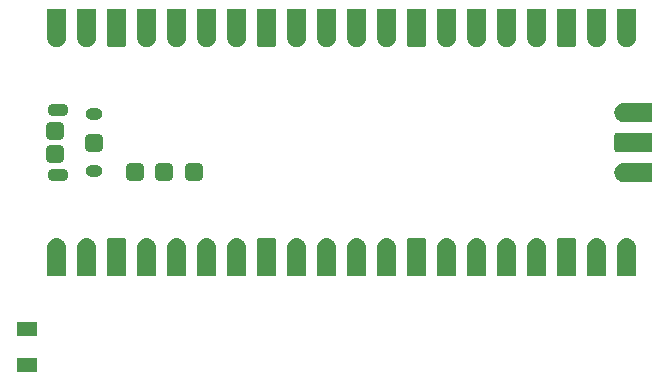
<source format=gtp>
G04*
G04 #@! TF.GenerationSoftware,Altium Limited,Altium Designer,24.1.2 (44)*
G04*
G04 Layer_Color=39301*
%FSLAX44Y44*%
%MOMM*%
G71*
G04*
G04 #@! TF.SameCoordinates,B28CFC15-B4C6-47B7-BC68-1C9BB1E78066*
G04*
G04*
G04 #@! TF.FilePolarity,Positive*
G04*
G01*
G75*
G04:AMPARAMS|DCode=14|XSize=1.5mm|YSize=1.5mm|CornerRadius=0.3mm|HoleSize=0mm|Usage=FLASHONLY|Rotation=90.000|XOffset=0mm|YOffset=0mm|HoleType=Round|Shape=RoundedRectangle|*
%AMROUNDEDRECTD14*
21,1,1.5000,0.9000,0,0,90.0*
21,1,0.9000,1.5000,0,0,90.0*
1,1,0.6000,0.4500,0.4500*
1,1,0.6000,0.4500,-0.4500*
1,1,0.6000,-0.4500,-0.4500*
1,1,0.6000,-0.4500,0.4500*
%
%ADD14ROUNDEDRECTD14*%
%ADD15O,1.8000X1.1000*%
%ADD16O,1.4500X1.0500*%
%ADD17R,1.8000X1.2500*%
G36*
X555370Y478790D02*
X555360Y478370D01*
X555330Y477950D01*
X555270Y477540D01*
X555200Y477130D01*
X555100Y476720D01*
X554980Y476320D01*
X554840Y475920D01*
X554680Y475540D01*
X554500Y475160D01*
X554300Y474790D01*
X554080Y474430D01*
X553840Y474090D01*
X553590Y473760D01*
X553320Y473440D01*
X553030Y473130D01*
X552720Y472840D01*
X552400Y472570D01*
X552070Y472320D01*
X551730Y472080D01*
X551370Y471860D01*
X551000Y471660D01*
X550620Y471480D01*
X550240Y471320D01*
X549840Y471180D01*
X549440Y471060D01*
X549030Y470960D01*
X548620Y470890D01*
X548210Y470830D01*
X547790Y470800D01*
X547370Y470790D01*
X546950Y470800D01*
X546530Y470830D01*
X546120Y470890D01*
X545710Y470960D01*
X545300Y471060D01*
X544900Y471180D01*
X544500Y471320D01*
X544120Y471480D01*
X543740Y471660D01*
X543370Y471860D01*
X543010Y472080D01*
X542670Y472320D01*
X542340Y472570D01*
X542020Y472840D01*
X541710Y473130D01*
X541420Y473440D01*
X541150Y473760D01*
X540900Y474090D01*
X540660Y474430D01*
X540440Y474790D01*
X540240Y475160D01*
X540060Y475540D01*
X539900Y475920D01*
X539760Y476320D01*
X539640Y476720D01*
X539540Y477130D01*
X539470Y477540D01*
X539410Y477950D01*
X539380Y478370D01*
X539370Y478790D01*
Y502790D01*
X555370D01*
Y478790D01*
D02*
G37*
G36*
X529970D02*
X529960Y478370D01*
X529930Y477950D01*
X529870Y477540D01*
X529800Y477130D01*
X529700Y476720D01*
X529580Y476320D01*
X529440Y475920D01*
X529280Y475540D01*
X529100Y475160D01*
X528900Y474790D01*
X528680Y474430D01*
X528440Y474090D01*
X528190Y473760D01*
X527920Y473440D01*
X527630Y473130D01*
X527320Y472840D01*
X527000Y472570D01*
X526670Y472320D01*
X526330Y472080D01*
X525970Y471860D01*
X525600Y471660D01*
X525220Y471480D01*
X524840Y471320D01*
X524440Y471180D01*
X524040Y471060D01*
X523630Y470960D01*
X523220Y470890D01*
X522810Y470830D01*
X522390Y470800D01*
X521970Y470790D01*
X521550Y470800D01*
X521130Y470830D01*
X520720Y470890D01*
X520310Y470960D01*
X519900Y471060D01*
X519500Y471180D01*
X519100Y471320D01*
X518720Y471480D01*
X518340Y471660D01*
X517970Y471860D01*
X517610Y472080D01*
X517270Y472320D01*
X516940Y472570D01*
X516620Y472840D01*
X516310Y473130D01*
X516020Y473440D01*
X515750Y473760D01*
X515500Y474090D01*
X515260Y474430D01*
X515040Y474790D01*
X514840Y475160D01*
X514660Y475540D01*
X514500Y475920D01*
X514360Y476320D01*
X514240Y476720D01*
X514140Y477130D01*
X514070Y477540D01*
X514010Y477950D01*
X513980Y478370D01*
X513970Y478790D01*
Y502790D01*
X529970D01*
Y478790D01*
D02*
G37*
G36*
X504570Y472690D02*
X504560Y472580D01*
X504550Y472480D01*
X504530Y472370D01*
X504500Y472270D01*
X504470Y472170D01*
X504440Y472070D01*
X504400Y471980D01*
X504350Y471880D01*
X504300Y471790D01*
X504250Y471700D01*
X504190Y471610D01*
X504120Y471530D01*
X504060Y471450D01*
X503980Y471380D01*
X503910Y471300D01*
X503830Y471240D01*
X503750Y471170D01*
X503660Y471110D01*
X503570Y471060D01*
X503480Y471010D01*
X503380Y470960D01*
X503290Y470920D01*
X503190Y470890D01*
X503090Y470860D01*
X502990Y470830D01*
X502880Y470810D01*
X502780Y470800D01*
X502670Y470790D01*
X490470D01*
X490360Y470800D01*
X490260Y470810D01*
X490150Y470830D01*
X490050Y470860D01*
X489950Y470890D01*
X489850Y470920D01*
X489760Y470960D01*
X489660Y471010D01*
X489570Y471060D01*
X489480Y471110D01*
X489390Y471170D01*
X489310Y471240D01*
X489230Y471300D01*
X489160Y471380D01*
X489080Y471450D01*
X489020Y471530D01*
X488950Y471610D01*
X488890Y471700D01*
X488840Y471790D01*
X488790Y471880D01*
X488740Y471980D01*
X488700Y472070D01*
X488670Y472170D01*
X488640Y472270D01*
X488610Y472370D01*
X488590Y472480D01*
X488580Y472580D01*
X488570Y472690D01*
Y502790D01*
X504570D01*
Y472690D01*
D02*
G37*
G36*
X479170Y478790D02*
X479160Y478370D01*
X479130Y477950D01*
X479070Y477540D01*
X479000Y477130D01*
X478900Y476720D01*
X478780Y476320D01*
X478640Y475920D01*
X478480Y475540D01*
X478300Y475160D01*
X478100Y474790D01*
X477880Y474430D01*
X477640Y474090D01*
X477390Y473760D01*
X477120Y473440D01*
X476830Y473130D01*
X476520Y472840D01*
X476200Y472570D01*
X475870Y472320D01*
X475530Y472080D01*
X475170Y471860D01*
X474800Y471660D01*
X474420Y471480D01*
X474040Y471320D01*
X473640Y471180D01*
X473240Y471060D01*
X472830Y470960D01*
X472420Y470890D01*
X472010Y470830D01*
X471590Y470800D01*
X471170Y470790D01*
X470750Y470800D01*
X470330Y470830D01*
X469920Y470890D01*
X469510Y470960D01*
X469100Y471060D01*
X468700Y471180D01*
X468300Y471320D01*
X467920Y471480D01*
X467540Y471660D01*
X467170Y471860D01*
X466810Y472080D01*
X466470Y472320D01*
X466140Y472570D01*
X465820Y472840D01*
X465510Y473130D01*
X465220Y473440D01*
X464950Y473760D01*
X464700Y474090D01*
X464460Y474430D01*
X464240Y474790D01*
X464040Y475160D01*
X463860Y475540D01*
X463700Y475920D01*
X463560Y476320D01*
X463440Y476720D01*
X463340Y477130D01*
X463270Y477540D01*
X463210Y477950D01*
X463180Y478370D01*
X463170Y478790D01*
Y502790D01*
X479170D01*
Y478790D01*
D02*
G37*
G36*
X453770D02*
X453760Y478370D01*
X453730Y477950D01*
X453670Y477540D01*
X453600Y477130D01*
X453500Y476720D01*
X453380Y476320D01*
X453240Y475920D01*
X453080Y475540D01*
X452900Y475160D01*
X452700Y474790D01*
X452480Y474430D01*
X452240Y474090D01*
X451990Y473760D01*
X451720Y473440D01*
X451430Y473130D01*
X451120Y472840D01*
X450800Y472570D01*
X450470Y472320D01*
X450130Y472080D01*
X449770Y471860D01*
X449400Y471660D01*
X449020Y471480D01*
X448640Y471320D01*
X448240Y471180D01*
X447840Y471060D01*
X447430Y470960D01*
X447020Y470890D01*
X446610Y470830D01*
X446190Y470800D01*
X445770Y470790D01*
X445350Y470800D01*
X444930Y470830D01*
X444520Y470890D01*
X444110Y470960D01*
X443700Y471060D01*
X443300Y471180D01*
X442900Y471320D01*
X442520Y471480D01*
X442140Y471660D01*
X441770Y471860D01*
X441410Y472080D01*
X441070Y472320D01*
X440740Y472570D01*
X440420Y472840D01*
X440110Y473130D01*
X439820Y473440D01*
X439550Y473760D01*
X439300Y474090D01*
X439060Y474430D01*
X438840Y474790D01*
X438640Y475160D01*
X438460Y475540D01*
X438300Y475920D01*
X438160Y476320D01*
X438040Y476720D01*
X437940Y477130D01*
X437870Y477540D01*
X437810Y477950D01*
X437780Y478370D01*
X437770Y478790D01*
Y502790D01*
X453770D01*
Y478790D01*
D02*
G37*
G36*
X428370D02*
X428360Y478370D01*
X428330Y477950D01*
X428270Y477540D01*
X428200Y477130D01*
X428100Y476720D01*
X427980Y476320D01*
X427840Y475920D01*
X427680Y475540D01*
X427500Y475160D01*
X427300Y474790D01*
X427080Y474430D01*
X426840Y474090D01*
X426590Y473760D01*
X426320Y473440D01*
X426030Y473130D01*
X425720Y472840D01*
X425400Y472570D01*
X425070Y472320D01*
X424730Y472080D01*
X424370Y471860D01*
X424000Y471660D01*
X423620Y471480D01*
X423240Y471320D01*
X422840Y471180D01*
X422440Y471060D01*
X422030Y470960D01*
X421620Y470890D01*
X421210Y470830D01*
X420790Y470800D01*
X420370Y470790D01*
X419950Y470800D01*
X419530Y470830D01*
X419120Y470890D01*
X418710Y470960D01*
X418300Y471060D01*
X417900Y471180D01*
X417500Y471320D01*
X417120Y471480D01*
X416740Y471660D01*
X416370Y471860D01*
X416010Y472080D01*
X415670Y472320D01*
X415340Y472570D01*
X415020Y472840D01*
X414710Y473130D01*
X414420Y473440D01*
X414150Y473760D01*
X413900Y474090D01*
X413660Y474430D01*
X413440Y474790D01*
X413240Y475160D01*
X413060Y475540D01*
X412900Y475920D01*
X412760Y476320D01*
X412640Y476720D01*
X412540Y477130D01*
X412470Y477540D01*
X412410Y477950D01*
X412380Y478370D01*
X412370Y478790D01*
Y502790D01*
X428370D01*
Y478790D01*
D02*
G37*
G36*
X402970D02*
X402960Y478370D01*
X402930Y477950D01*
X402870Y477540D01*
X402800Y477130D01*
X402700Y476720D01*
X402580Y476320D01*
X402440Y475920D01*
X402280Y475540D01*
X402100Y475160D01*
X401900Y474790D01*
X401680Y474430D01*
X401440Y474090D01*
X401190Y473760D01*
X400920Y473440D01*
X400630Y473130D01*
X400320Y472840D01*
X400000Y472570D01*
X399670Y472320D01*
X399330Y472080D01*
X398970Y471860D01*
X398600Y471660D01*
X398220Y471480D01*
X397840Y471320D01*
X397440Y471180D01*
X397040Y471060D01*
X396630Y470960D01*
X396220Y470890D01*
X395810Y470830D01*
X395390Y470800D01*
X394970Y470790D01*
X394550Y470800D01*
X394130Y470830D01*
X393720Y470890D01*
X393310Y470960D01*
X392900Y471060D01*
X392500Y471180D01*
X392100Y471320D01*
X391720Y471480D01*
X391340Y471660D01*
X390970Y471860D01*
X390610Y472080D01*
X390270Y472320D01*
X389940Y472570D01*
X389620Y472840D01*
X389310Y473130D01*
X389020Y473440D01*
X388750Y473760D01*
X388500Y474090D01*
X388260Y474430D01*
X388040Y474790D01*
X387840Y475160D01*
X387660Y475540D01*
X387500Y475920D01*
X387360Y476320D01*
X387240Y476720D01*
X387140Y477130D01*
X387070Y477540D01*
X387010Y477950D01*
X386980Y478370D01*
X386970Y478790D01*
Y502790D01*
X402970D01*
Y478790D01*
D02*
G37*
G36*
X377570Y472690D02*
X377560Y472580D01*
X377550Y472480D01*
X377530Y472370D01*
X377500Y472270D01*
X377470Y472170D01*
X377440Y472070D01*
X377400Y471980D01*
X377350Y471880D01*
X377300Y471790D01*
X377250Y471700D01*
X377190Y471610D01*
X377120Y471530D01*
X377060Y471450D01*
X376980Y471380D01*
X376910Y471300D01*
X376830Y471240D01*
X376750Y471170D01*
X376660Y471110D01*
X376570Y471060D01*
X376480Y471010D01*
X376380Y470960D01*
X376290Y470920D01*
X376190Y470890D01*
X376090Y470860D01*
X375990Y470830D01*
X375880Y470810D01*
X375780Y470800D01*
X375670Y470790D01*
X363470D01*
X363360Y470800D01*
X363260Y470810D01*
X363150Y470830D01*
X363050Y470860D01*
X362950Y470890D01*
X362850Y470920D01*
X362760Y470960D01*
X362660Y471010D01*
X362570Y471060D01*
X362480Y471110D01*
X362390Y471170D01*
X362310Y471240D01*
X362230Y471300D01*
X362160Y471380D01*
X362080Y471450D01*
X362020Y471530D01*
X361950Y471610D01*
X361890Y471700D01*
X361840Y471790D01*
X361790Y471880D01*
X361740Y471980D01*
X361700Y472070D01*
X361670Y472170D01*
X361640Y472270D01*
X361610Y472370D01*
X361590Y472480D01*
X361580Y472580D01*
X361570Y472690D01*
Y502790D01*
X377570D01*
Y472690D01*
D02*
G37*
G36*
X352170Y478790D02*
X352160Y478370D01*
X352130Y477950D01*
X352070Y477540D01*
X352000Y477130D01*
X351900Y476720D01*
X351780Y476320D01*
X351640Y475920D01*
X351480Y475540D01*
X351300Y475160D01*
X351100Y474790D01*
X350880Y474430D01*
X350640Y474090D01*
X350390Y473760D01*
X350120Y473440D01*
X349830Y473130D01*
X349520Y472840D01*
X349200Y472570D01*
X348870Y472320D01*
X348530Y472080D01*
X348170Y471860D01*
X347800Y471660D01*
X347420Y471480D01*
X347040Y471320D01*
X346640Y471180D01*
X346240Y471060D01*
X345830Y470960D01*
X345420Y470890D01*
X345010Y470830D01*
X344590Y470800D01*
X344170Y470790D01*
X343750Y470800D01*
X343330Y470830D01*
X342920Y470890D01*
X342510Y470960D01*
X342100Y471060D01*
X341700Y471180D01*
X341300Y471320D01*
X340920Y471480D01*
X340540Y471660D01*
X340170Y471860D01*
X339810Y472080D01*
X339470Y472320D01*
X339140Y472570D01*
X338820Y472840D01*
X338510Y473130D01*
X338220Y473440D01*
X337950Y473760D01*
X337700Y474090D01*
X337460Y474430D01*
X337240Y474790D01*
X337040Y475160D01*
X336860Y475540D01*
X336700Y475920D01*
X336560Y476320D01*
X336440Y476720D01*
X336340Y477130D01*
X336270Y477540D01*
X336210Y477950D01*
X336180Y478370D01*
X336170Y478790D01*
Y502790D01*
X352170D01*
Y478790D01*
D02*
G37*
G36*
X326770D02*
X326760Y478370D01*
X326730Y477950D01*
X326670Y477540D01*
X326600Y477130D01*
X326500Y476720D01*
X326380Y476320D01*
X326240Y475920D01*
X326080Y475540D01*
X325900Y475160D01*
X325700Y474790D01*
X325480Y474430D01*
X325240Y474090D01*
X324990Y473760D01*
X324720Y473440D01*
X324430Y473130D01*
X324120Y472840D01*
X323800Y472570D01*
X323470Y472320D01*
X323130Y472080D01*
X322770Y471860D01*
X322400Y471660D01*
X322020Y471480D01*
X321640Y471320D01*
X321240Y471180D01*
X320840Y471060D01*
X320430Y470960D01*
X320020Y470890D01*
X319610Y470830D01*
X319190Y470800D01*
X318770Y470790D01*
X318350Y470800D01*
X317930Y470830D01*
X317520Y470890D01*
X317110Y470960D01*
X316700Y471060D01*
X316300Y471180D01*
X315900Y471320D01*
X315520Y471480D01*
X315140Y471660D01*
X314770Y471860D01*
X314410Y472080D01*
X314070Y472320D01*
X313740Y472570D01*
X313420Y472840D01*
X313110Y473130D01*
X312820Y473440D01*
X312550Y473760D01*
X312300Y474090D01*
X312060Y474430D01*
X311840Y474790D01*
X311640Y475160D01*
X311460Y475540D01*
X311300Y475920D01*
X311160Y476320D01*
X311040Y476720D01*
X310940Y477130D01*
X310870Y477540D01*
X310810Y477950D01*
X310780Y478370D01*
X310770Y478790D01*
Y502790D01*
X326770D01*
Y478790D01*
D02*
G37*
G36*
X301370D02*
X301360Y478370D01*
X301330Y477950D01*
X301270Y477540D01*
X301200Y477130D01*
X301100Y476720D01*
X300980Y476320D01*
X300840Y475920D01*
X300680Y475540D01*
X300500Y475160D01*
X300300Y474790D01*
X300080Y474430D01*
X299840Y474090D01*
X299590Y473760D01*
X299320Y473440D01*
X299030Y473130D01*
X298720Y472840D01*
X298400Y472570D01*
X298070Y472320D01*
X297730Y472080D01*
X297370Y471860D01*
X297000Y471660D01*
X296620Y471480D01*
X296240Y471320D01*
X295840Y471180D01*
X295440Y471060D01*
X295030Y470960D01*
X294620Y470890D01*
X294210Y470830D01*
X293790Y470800D01*
X293370Y470790D01*
X292950Y470800D01*
X292530Y470830D01*
X292120Y470890D01*
X291710Y470960D01*
X291300Y471060D01*
X290900Y471180D01*
X290500Y471320D01*
X290120Y471480D01*
X289740Y471660D01*
X289370Y471860D01*
X289010Y472080D01*
X288670Y472320D01*
X288340Y472570D01*
X288020Y472840D01*
X287710Y473130D01*
X287420Y473440D01*
X287150Y473760D01*
X286900Y474090D01*
X286660Y474430D01*
X286440Y474790D01*
X286240Y475160D01*
X286060Y475540D01*
X285900Y475920D01*
X285760Y476320D01*
X285640Y476720D01*
X285540Y477130D01*
X285470Y477540D01*
X285410Y477950D01*
X285380Y478370D01*
X285370Y478790D01*
Y502790D01*
X301370D01*
Y478790D01*
D02*
G37*
G36*
X275970D02*
X275960Y478370D01*
X275930Y477950D01*
X275870Y477540D01*
X275800Y477130D01*
X275700Y476720D01*
X275580Y476320D01*
X275440Y475920D01*
X275280Y475540D01*
X275100Y475160D01*
X274900Y474790D01*
X274680Y474430D01*
X274440Y474090D01*
X274190Y473760D01*
X273920Y473440D01*
X273630Y473130D01*
X273320Y472840D01*
X273000Y472570D01*
X272670Y472320D01*
X272330Y472080D01*
X271970Y471860D01*
X271600Y471660D01*
X271220Y471480D01*
X270840Y471320D01*
X270440Y471180D01*
X270040Y471060D01*
X269630Y470960D01*
X269220Y470890D01*
X268810Y470830D01*
X268390Y470800D01*
X267970Y470790D01*
X267550Y470800D01*
X267130Y470830D01*
X266720Y470890D01*
X266310Y470960D01*
X265900Y471060D01*
X265500Y471180D01*
X265100Y471320D01*
X264720Y471480D01*
X264340Y471660D01*
X263970Y471860D01*
X263610Y472080D01*
X263270Y472320D01*
X262940Y472570D01*
X262620Y472840D01*
X262310Y473130D01*
X262020Y473440D01*
X261750Y473760D01*
X261500Y474090D01*
X261260Y474430D01*
X261040Y474790D01*
X260840Y475160D01*
X260660Y475540D01*
X260500Y475920D01*
X260360Y476320D01*
X260240Y476720D01*
X260140Y477130D01*
X260070Y477540D01*
X260010Y477950D01*
X259980Y478370D01*
X259970Y478790D01*
Y502790D01*
X275970D01*
Y478790D01*
D02*
G37*
G36*
X250570Y472690D02*
X250560Y472580D01*
X250550Y472480D01*
X250530Y472370D01*
X250500Y472270D01*
X250470Y472170D01*
X250440Y472070D01*
X250400Y471980D01*
X250350Y471880D01*
X250300Y471790D01*
X250250Y471700D01*
X250190Y471610D01*
X250120Y471530D01*
X250060Y471450D01*
X249980Y471380D01*
X249910Y471300D01*
X249830Y471240D01*
X249750Y471170D01*
X249660Y471110D01*
X249570Y471060D01*
X249480Y471010D01*
X249380Y470960D01*
X249290Y470920D01*
X249190Y470890D01*
X249090Y470860D01*
X248990Y470830D01*
X248880Y470810D01*
X248780Y470800D01*
X248670Y470790D01*
X236470D01*
X236360Y470800D01*
X236260Y470810D01*
X236150Y470830D01*
X236050Y470860D01*
X235950Y470890D01*
X235850Y470920D01*
X235760Y470960D01*
X235660Y471010D01*
X235570Y471060D01*
X235480Y471110D01*
X235390Y471170D01*
X235310Y471240D01*
X235230Y471300D01*
X235160Y471380D01*
X235080Y471450D01*
X235020Y471530D01*
X234950Y471610D01*
X234890Y471700D01*
X234840Y471790D01*
X234790Y471880D01*
X234740Y471980D01*
X234700Y472070D01*
X234670Y472170D01*
X234640Y472270D01*
X234610Y472370D01*
X234590Y472480D01*
X234580Y472580D01*
X234570Y472690D01*
Y502790D01*
X250570D01*
Y472690D01*
D02*
G37*
G36*
X225170Y478790D02*
X225160Y478370D01*
X225130Y477950D01*
X225070Y477540D01*
X225000Y477130D01*
X224900Y476720D01*
X224780Y476320D01*
X224640Y475920D01*
X224480Y475540D01*
X224300Y475160D01*
X224100Y474790D01*
X223880Y474430D01*
X223640Y474090D01*
X223390Y473760D01*
X223120Y473440D01*
X222830Y473130D01*
X222520Y472840D01*
X222200Y472570D01*
X221870Y472320D01*
X221530Y472080D01*
X221170Y471860D01*
X220800Y471660D01*
X220420Y471480D01*
X220040Y471320D01*
X219640Y471180D01*
X219240Y471060D01*
X218830Y470960D01*
X218420Y470890D01*
X218010Y470830D01*
X217590Y470800D01*
X217170Y470790D01*
X216750Y470800D01*
X216330Y470830D01*
X215920Y470890D01*
X215510Y470960D01*
X215100Y471060D01*
X214700Y471180D01*
X214300Y471320D01*
X213920Y471480D01*
X213540Y471660D01*
X213170Y471860D01*
X212810Y472080D01*
X212470Y472320D01*
X212140Y472570D01*
X211820Y472840D01*
X211510Y473130D01*
X211220Y473440D01*
X210950Y473760D01*
X210700Y474090D01*
X210460Y474430D01*
X210240Y474790D01*
X210040Y475160D01*
X209860Y475540D01*
X209700Y475920D01*
X209560Y476320D01*
X209440Y476720D01*
X209340Y477130D01*
X209270Y477540D01*
X209210Y477950D01*
X209180Y478370D01*
X209170Y478790D01*
Y502790D01*
X225170D01*
Y478790D01*
D02*
G37*
G36*
X199770D02*
X199760Y478370D01*
X199730Y477950D01*
X199670Y477540D01*
X199600Y477130D01*
X199500Y476720D01*
X199380Y476320D01*
X199240Y475920D01*
X199080Y475540D01*
X198900Y475160D01*
X198700Y474790D01*
X198480Y474430D01*
X198240Y474090D01*
X197990Y473760D01*
X197720Y473440D01*
X197430Y473130D01*
X197120Y472840D01*
X196800Y472570D01*
X196470Y472320D01*
X196130Y472080D01*
X195770Y471860D01*
X195400Y471660D01*
X195020Y471480D01*
X194640Y471320D01*
X194240Y471180D01*
X193840Y471060D01*
X193430Y470960D01*
X193020Y470890D01*
X192610Y470830D01*
X192190Y470800D01*
X191770Y470790D01*
X191350Y470800D01*
X190930Y470830D01*
X190520Y470890D01*
X190110Y470960D01*
X189700Y471060D01*
X189300Y471180D01*
X188900Y471320D01*
X188520Y471480D01*
X188140Y471660D01*
X187770Y471860D01*
X187410Y472080D01*
X187070Y472320D01*
X186740Y472570D01*
X186420Y472840D01*
X186110Y473130D01*
X185820Y473440D01*
X185550Y473760D01*
X185300Y474090D01*
X185060Y474430D01*
X184840Y474790D01*
X184640Y475160D01*
X184460Y475540D01*
X184300Y475920D01*
X184160Y476320D01*
X184040Y476720D01*
X183940Y477130D01*
X183870Y477540D01*
X183810Y477950D01*
X183780Y478370D01*
X183770Y478790D01*
Y502790D01*
X199770D01*
Y478790D01*
D02*
G37*
G36*
X174370D02*
X174360Y478370D01*
X174330Y477950D01*
X174270Y477540D01*
X174200Y477130D01*
X174100Y476720D01*
X173980Y476320D01*
X173840Y475920D01*
X173680Y475540D01*
X173500Y475160D01*
X173300Y474790D01*
X173080Y474430D01*
X172840Y474090D01*
X172590Y473760D01*
X172320Y473440D01*
X172030Y473130D01*
X171720Y472840D01*
X171400Y472570D01*
X171070Y472320D01*
X170730Y472080D01*
X170370Y471860D01*
X170000Y471660D01*
X169620Y471480D01*
X169240Y471320D01*
X168840Y471180D01*
X168440Y471060D01*
X168030Y470960D01*
X167620Y470890D01*
X167210Y470830D01*
X166790Y470800D01*
X166370Y470790D01*
X165950Y470800D01*
X165530Y470830D01*
X165120Y470890D01*
X164710Y470960D01*
X164300Y471060D01*
X163900Y471180D01*
X163500Y471320D01*
X163120Y471480D01*
X162740Y471660D01*
X162370Y471860D01*
X162010Y472080D01*
X161670Y472320D01*
X161340Y472570D01*
X161020Y472840D01*
X160710Y473130D01*
X160420Y473440D01*
X160150Y473760D01*
X159900Y474090D01*
X159660Y474430D01*
X159440Y474790D01*
X159240Y475160D01*
X159060Y475540D01*
X158900Y475920D01*
X158760Y476320D01*
X158640Y476720D01*
X158540Y477130D01*
X158470Y477540D01*
X158410Y477950D01*
X158380Y478370D01*
X158370Y478790D01*
Y502790D01*
X174370D01*
Y478790D01*
D02*
G37*
G36*
X148970D02*
X148960Y478370D01*
X148930Y477950D01*
X148870Y477540D01*
X148800Y477130D01*
X148700Y476720D01*
X148580Y476320D01*
X148440Y475920D01*
X148280Y475540D01*
X148100Y475160D01*
X147900Y474790D01*
X147680Y474430D01*
X147440Y474090D01*
X147190Y473760D01*
X146920Y473440D01*
X146630Y473130D01*
X146320Y472840D01*
X146000Y472570D01*
X145670Y472320D01*
X145330Y472080D01*
X144970Y471860D01*
X144600Y471660D01*
X144220Y471480D01*
X143840Y471320D01*
X143440Y471180D01*
X143040Y471060D01*
X142630Y470960D01*
X142220Y470890D01*
X141810Y470830D01*
X141390Y470800D01*
X140970Y470790D01*
X140550Y470800D01*
X140130Y470830D01*
X139720Y470890D01*
X139310Y470960D01*
X138900Y471060D01*
X138500Y471180D01*
X138100Y471320D01*
X137720Y471480D01*
X137340Y471660D01*
X136970Y471860D01*
X136610Y472080D01*
X136270Y472320D01*
X135940Y472570D01*
X135620Y472840D01*
X135310Y473130D01*
X135020Y473440D01*
X134750Y473760D01*
X134500Y474090D01*
X134260Y474430D01*
X134040Y474790D01*
X133840Y475160D01*
X133660Y475540D01*
X133500Y475920D01*
X133360Y476320D01*
X133240Y476720D01*
X133140Y477130D01*
X133070Y477540D01*
X133010Y477950D01*
X132980Y478370D01*
X132970Y478790D01*
Y502790D01*
X148970D01*
Y478790D01*
D02*
G37*
G36*
X123570Y472690D02*
X123560Y472580D01*
X123550Y472480D01*
X123530Y472370D01*
X123500Y472270D01*
X123470Y472170D01*
X123440Y472070D01*
X123400Y471980D01*
X123350Y471880D01*
X123300Y471790D01*
X123250Y471700D01*
X123190Y471610D01*
X123120Y471530D01*
X123060Y471450D01*
X122980Y471380D01*
X122910Y471300D01*
X122830Y471240D01*
X122750Y471170D01*
X122660Y471110D01*
X122570Y471060D01*
X122480Y471010D01*
X122380Y470960D01*
X122290Y470920D01*
X122190Y470890D01*
X122090Y470860D01*
X121990Y470830D01*
X121880Y470810D01*
X121780Y470800D01*
X121670Y470790D01*
X109470D01*
X109360Y470800D01*
X109260Y470810D01*
X109150Y470830D01*
X109050Y470860D01*
X108950Y470890D01*
X108850Y470920D01*
X108760Y470960D01*
X108660Y471010D01*
X108570Y471060D01*
X108480Y471110D01*
X108390Y471170D01*
X108310Y471240D01*
X108230Y471300D01*
X108160Y471380D01*
X108080Y471450D01*
X108020Y471530D01*
X107950Y471610D01*
X107890Y471700D01*
X107840Y471790D01*
X107790Y471880D01*
X107740Y471980D01*
X107700Y472070D01*
X107670Y472170D01*
X107640Y472270D01*
X107610Y472370D01*
X107590Y472480D01*
X107580Y472580D01*
X107570Y472690D01*
Y502790D01*
X123570D01*
Y472690D01*
D02*
G37*
G36*
X98170Y478790D02*
X98160Y478370D01*
X98130Y477950D01*
X98070Y477540D01*
X98000Y477130D01*
X97900Y476720D01*
X97780Y476320D01*
X97640Y475920D01*
X97480Y475540D01*
X97300Y475160D01*
X97100Y474790D01*
X96880Y474430D01*
X96640Y474090D01*
X96390Y473760D01*
X96120Y473440D01*
X95830Y473130D01*
X95520Y472840D01*
X95200Y472570D01*
X94870Y472320D01*
X94530Y472080D01*
X94170Y471860D01*
X93800Y471660D01*
X93420Y471480D01*
X93040Y471320D01*
X92640Y471180D01*
X92240Y471060D01*
X91830Y470960D01*
X91420Y470890D01*
X91010Y470830D01*
X90590Y470800D01*
X90170Y470790D01*
X89750Y470800D01*
X89330Y470830D01*
X88920Y470890D01*
X88510Y470960D01*
X88100Y471060D01*
X87700Y471180D01*
X87300Y471320D01*
X86920Y471480D01*
X86540Y471660D01*
X86170Y471860D01*
X85810Y472080D01*
X85470Y472320D01*
X85140Y472570D01*
X84820Y472840D01*
X84510Y473130D01*
X84220Y473440D01*
X83950Y473760D01*
X83700Y474090D01*
X83460Y474430D01*
X83240Y474790D01*
X83040Y475160D01*
X82860Y475540D01*
X82700Y475920D01*
X82560Y476320D01*
X82440Y476720D01*
X82340Y477130D01*
X82270Y477540D01*
X82210Y477950D01*
X82180Y478370D01*
X82170Y478790D01*
Y502790D01*
X98170D01*
Y478790D01*
D02*
G37*
G36*
X72770D02*
X72760Y478370D01*
X72730Y477950D01*
X72670Y477540D01*
X72600Y477130D01*
X72500Y476720D01*
X72380Y476320D01*
X72240Y475920D01*
X72080Y475540D01*
X71900Y475160D01*
X71700Y474790D01*
X71480Y474430D01*
X71240Y474090D01*
X70990Y473760D01*
X70720Y473440D01*
X70430Y473130D01*
X70120Y472840D01*
X69800Y472570D01*
X69470Y472320D01*
X69130Y472080D01*
X68770Y471860D01*
X68400Y471660D01*
X68020Y471480D01*
X67640Y471320D01*
X67240Y471180D01*
X66840Y471060D01*
X66430Y470960D01*
X66020Y470890D01*
X65610Y470830D01*
X65190Y470800D01*
X64770Y470790D01*
X64350Y470800D01*
X63930Y470830D01*
X63520Y470890D01*
X63110Y470960D01*
X62700Y471060D01*
X62300Y471180D01*
X61900Y471320D01*
X61520Y471480D01*
X61140Y471660D01*
X60770Y471860D01*
X60410Y472080D01*
X60070Y472320D01*
X59740Y472570D01*
X59420Y472840D01*
X59110Y473130D01*
X58820Y473440D01*
X58550Y473760D01*
X58300Y474090D01*
X58060Y474430D01*
X57840Y474790D01*
X57640Y475160D01*
X57460Y475540D01*
X57300Y475920D01*
X57160Y476320D01*
X57040Y476720D01*
X56940Y477130D01*
X56870Y477540D01*
X56810Y477950D01*
X56780Y478370D01*
X56770Y478790D01*
Y502790D01*
X72770D01*
Y478790D01*
D02*
G37*
G36*
X569070Y407290D02*
X545070D01*
X544650Y407300D01*
X544230Y407330D01*
X543820Y407390D01*
X543410Y407460D01*
X543000Y407560D01*
X542600Y407680D01*
X542200Y407820D01*
X541820Y407980D01*
X541440Y408160D01*
X541070Y408360D01*
X540710Y408580D01*
X540370Y408820D01*
X540040Y409070D01*
X539720Y409340D01*
X539410Y409630D01*
X539120Y409940D01*
X538850Y410260D01*
X538600Y410590D01*
X538360Y410930D01*
X538140Y411290D01*
X537940Y411660D01*
X537760Y412040D01*
X537600Y412420D01*
X537460Y412820D01*
X537340Y413220D01*
X537240Y413630D01*
X537170Y414040D01*
X537110Y414450D01*
X537080Y414870D01*
X537070Y415290D01*
X537080Y415710D01*
X537110Y416130D01*
X537170Y416540D01*
X537240Y416950D01*
X537340Y417360D01*
X537460Y417760D01*
X537600Y418160D01*
X537760Y418540D01*
X537940Y418920D01*
X538140Y419290D01*
X538360Y419650D01*
X538600Y419990D01*
X538850Y420320D01*
X539120Y420640D01*
X539410Y420950D01*
X539720Y421240D01*
X540040Y421510D01*
X540370Y421760D01*
X540710Y422000D01*
X541070Y422220D01*
X541440Y422420D01*
X541820Y422600D01*
X542200Y422760D01*
X542600Y422900D01*
X543000Y423020D01*
X543410Y423120D01*
X543820Y423190D01*
X544230Y423250D01*
X544650Y423280D01*
X545070Y423290D01*
X569070D01*
Y407290D01*
D02*
G37*
G36*
Y381890D02*
X538970D01*
X538860Y381900D01*
X538760Y381910D01*
X538650Y381930D01*
X538550Y381960D01*
X538450Y381990D01*
X538350Y382020D01*
X538260Y382060D01*
X538160Y382110D01*
X538070Y382160D01*
X537980Y382210D01*
X537890Y382270D01*
X537810Y382340D01*
X537730Y382400D01*
X537660Y382480D01*
X537580Y382550D01*
X537520Y382630D01*
X537450Y382710D01*
X537390Y382800D01*
X537340Y382890D01*
X537290Y382980D01*
X537240Y383080D01*
X537200Y383170D01*
X537170Y383270D01*
X537140Y383370D01*
X537110Y383470D01*
X537090Y383580D01*
X537080Y383680D01*
X537070Y383790D01*
Y395990D01*
X537080Y396100D01*
X537090Y396200D01*
X537110Y396310D01*
X537140Y396410D01*
X537170Y396510D01*
X537200Y396610D01*
X537240Y396700D01*
X537290Y396800D01*
X537340Y396890D01*
X537390Y396980D01*
X537450Y397070D01*
X537520Y397150D01*
X537580Y397230D01*
X537660Y397300D01*
X537730Y397380D01*
X537810Y397440D01*
X537890Y397510D01*
X537980Y397570D01*
X538070Y397620D01*
X538160Y397670D01*
X538260Y397720D01*
X538350Y397760D01*
X538450Y397790D01*
X538550Y397820D01*
X538650Y397850D01*
X538760Y397870D01*
X538860Y397880D01*
X538970Y397890D01*
X569070D01*
Y381890D01*
D02*
G37*
G36*
Y356490D02*
X545070D01*
X544650Y356500D01*
X544230Y356530D01*
X543820Y356590D01*
X543410Y356660D01*
X543000Y356760D01*
X542600Y356880D01*
X542200Y357020D01*
X541820Y357180D01*
X541440Y357360D01*
X541070Y357560D01*
X540710Y357780D01*
X540370Y358020D01*
X540040Y358270D01*
X539720Y358540D01*
X539410Y358830D01*
X539120Y359140D01*
X538850Y359460D01*
X538600Y359790D01*
X538360Y360130D01*
X538140Y360490D01*
X537940Y360860D01*
X537760Y361240D01*
X537600Y361620D01*
X537460Y362020D01*
X537340Y362420D01*
X537240Y362830D01*
X537170Y363240D01*
X537110Y363650D01*
X537080Y364070D01*
X537070Y364490D01*
X537080Y364910D01*
X537110Y365330D01*
X537170Y365740D01*
X537240Y366150D01*
X537340Y366560D01*
X537460Y366960D01*
X537600Y367360D01*
X537760Y367740D01*
X537940Y368120D01*
X538140Y368490D01*
X538360Y368850D01*
X538600Y369190D01*
X538850Y369520D01*
X539120Y369840D01*
X539410Y370150D01*
X539720Y370440D01*
X540040Y370710D01*
X540370Y370960D01*
X540710Y371200D01*
X541070Y371420D01*
X541440Y371620D01*
X541820Y371800D01*
X542200Y371960D01*
X542600Y372100D01*
X543000Y372220D01*
X543410Y372320D01*
X543820Y372390D01*
X544230Y372450D01*
X544650Y372480D01*
X545070Y372490D01*
X569070D01*
Y356490D01*
D02*
G37*
G36*
X547790Y308980D02*
X548210Y308950D01*
X548620Y308890D01*
X549030Y308820D01*
X549440Y308720D01*
X549840Y308600D01*
X550240Y308460D01*
X550620Y308300D01*
X551000Y308120D01*
X551370Y307920D01*
X551730Y307700D01*
X552070Y307460D01*
X552400Y307210D01*
X552720Y306940D01*
X553030Y306650D01*
X553320Y306340D01*
X553590Y306020D01*
X553840Y305690D01*
X554080Y305350D01*
X554300Y304990D01*
X554500Y304620D01*
X554680Y304240D01*
X554840Y303860D01*
X554980Y303460D01*
X555100Y303060D01*
X555200Y302650D01*
X555270Y302240D01*
X555330Y301830D01*
X555360Y301410D01*
X555370Y300990D01*
Y276990D01*
X539370D01*
Y300990D01*
X539380Y301410D01*
X539410Y301830D01*
X539470Y302240D01*
X539540Y302650D01*
X539640Y303060D01*
X539760Y303460D01*
X539900Y303860D01*
X540060Y304240D01*
X540240Y304620D01*
X540440Y304990D01*
X540660Y305350D01*
X540900Y305690D01*
X541150Y306020D01*
X541420Y306340D01*
X541710Y306650D01*
X542020Y306940D01*
X542340Y307210D01*
X542670Y307460D01*
X543010Y307700D01*
X543370Y307920D01*
X543740Y308120D01*
X544120Y308300D01*
X544500Y308460D01*
X544900Y308600D01*
X545300Y308720D01*
X545710Y308820D01*
X546120Y308890D01*
X546530Y308950D01*
X546950Y308980D01*
X547370Y308990D01*
X547790Y308980D01*
D02*
G37*
G36*
X522390D02*
X522810Y308950D01*
X523220Y308890D01*
X523630Y308820D01*
X524040Y308720D01*
X524440Y308600D01*
X524840Y308460D01*
X525220Y308300D01*
X525600Y308120D01*
X525970Y307920D01*
X526330Y307700D01*
X526670Y307460D01*
X527000Y307210D01*
X527320Y306940D01*
X527630Y306650D01*
X527920Y306340D01*
X528190Y306020D01*
X528440Y305690D01*
X528680Y305350D01*
X528900Y304990D01*
X529100Y304620D01*
X529280Y304240D01*
X529440Y303860D01*
X529580Y303460D01*
X529700Y303060D01*
X529800Y302650D01*
X529870Y302240D01*
X529930Y301830D01*
X529960Y301410D01*
X529970Y300990D01*
Y276990D01*
X513970D01*
Y300990D01*
X513980Y301410D01*
X514010Y301830D01*
X514070Y302240D01*
X514140Y302650D01*
X514240Y303060D01*
X514360Y303460D01*
X514500Y303860D01*
X514660Y304240D01*
X514840Y304620D01*
X515040Y304990D01*
X515260Y305350D01*
X515500Y305690D01*
X515750Y306020D01*
X516020Y306340D01*
X516310Y306650D01*
X516620Y306940D01*
X516940Y307210D01*
X517270Y307460D01*
X517610Y307700D01*
X517970Y307920D01*
X518340Y308120D01*
X518720Y308300D01*
X519100Y308460D01*
X519500Y308600D01*
X519900Y308720D01*
X520310Y308820D01*
X520720Y308890D01*
X521130Y308950D01*
X521550Y308980D01*
X521970Y308990D01*
X522390Y308980D01*
D02*
G37*
G36*
X502780D02*
X502880Y308970D01*
X502990Y308950D01*
X503090Y308920D01*
X503190Y308890D01*
X503290Y308860D01*
X503380Y308820D01*
X503480Y308770D01*
X503570Y308720D01*
X503660Y308670D01*
X503750Y308610D01*
X503830Y308540D01*
X503910Y308480D01*
X503980Y308400D01*
X504060Y308330D01*
X504120Y308250D01*
X504190Y308170D01*
X504250Y308080D01*
X504300Y307990D01*
X504350Y307900D01*
X504400Y307800D01*
X504440Y307710D01*
X504470Y307610D01*
X504500Y307510D01*
X504530Y307410D01*
X504550Y307300D01*
X504560Y307200D01*
X504570Y307090D01*
Y276990D01*
X488570D01*
Y307090D01*
X488580Y307200D01*
X488590Y307300D01*
X488610Y307410D01*
X488640Y307510D01*
X488670Y307610D01*
X488700Y307710D01*
X488740Y307800D01*
X488790Y307900D01*
X488840Y307990D01*
X488890Y308080D01*
X488950Y308170D01*
X489020Y308250D01*
X489080Y308330D01*
X489160Y308400D01*
X489230Y308480D01*
X489310Y308540D01*
X489390Y308610D01*
X489480Y308670D01*
X489570Y308720D01*
X489660Y308770D01*
X489760Y308820D01*
X489850Y308860D01*
X489950Y308890D01*
X490050Y308920D01*
X490150Y308950D01*
X490260Y308970D01*
X490360Y308980D01*
X490470Y308990D01*
X502670D01*
X502780Y308980D01*
D02*
G37*
G36*
X471590D02*
X472010Y308950D01*
X472420Y308890D01*
X472830Y308820D01*
X473240Y308720D01*
X473640Y308600D01*
X474040Y308460D01*
X474420Y308300D01*
X474800Y308120D01*
X475170Y307920D01*
X475530Y307700D01*
X475870Y307460D01*
X476200Y307210D01*
X476520Y306940D01*
X476830Y306650D01*
X477120Y306340D01*
X477390Y306020D01*
X477640Y305690D01*
X477880Y305350D01*
X478100Y304990D01*
X478300Y304620D01*
X478480Y304240D01*
X478640Y303860D01*
X478780Y303460D01*
X478900Y303060D01*
X479000Y302650D01*
X479070Y302240D01*
X479130Y301830D01*
X479160Y301410D01*
X479170Y300990D01*
Y276990D01*
X463170D01*
Y300990D01*
X463180Y301410D01*
X463210Y301830D01*
X463270Y302240D01*
X463340Y302650D01*
X463440Y303060D01*
X463560Y303460D01*
X463700Y303860D01*
X463860Y304240D01*
X464040Y304620D01*
X464240Y304990D01*
X464460Y305350D01*
X464700Y305690D01*
X464950Y306020D01*
X465220Y306340D01*
X465510Y306650D01*
X465820Y306940D01*
X466140Y307210D01*
X466470Y307460D01*
X466810Y307700D01*
X467170Y307920D01*
X467540Y308120D01*
X467920Y308300D01*
X468300Y308460D01*
X468700Y308600D01*
X469100Y308720D01*
X469510Y308820D01*
X469920Y308890D01*
X470330Y308950D01*
X470750Y308980D01*
X471170Y308990D01*
X471590Y308980D01*
D02*
G37*
G36*
X446190D02*
X446610Y308950D01*
X447020Y308890D01*
X447430Y308820D01*
X447840Y308720D01*
X448240Y308600D01*
X448640Y308460D01*
X449020Y308300D01*
X449400Y308120D01*
X449770Y307920D01*
X450130Y307700D01*
X450470Y307460D01*
X450800Y307210D01*
X451120Y306940D01*
X451430Y306650D01*
X451720Y306340D01*
X451990Y306020D01*
X452240Y305690D01*
X452480Y305350D01*
X452700Y304990D01*
X452900Y304620D01*
X453080Y304240D01*
X453240Y303860D01*
X453380Y303460D01*
X453500Y303060D01*
X453600Y302650D01*
X453670Y302240D01*
X453730Y301830D01*
X453760Y301410D01*
X453770Y300990D01*
Y276990D01*
X437770D01*
Y300990D01*
X437780Y301410D01*
X437810Y301830D01*
X437870Y302240D01*
X437940Y302650D01*
X438040Y303060D01*
X438160Y303460D01*
X438300Y303860D01*
X438460Y304240D01*
X438640Y304620D01*
X438840Y304990D01*
X439060Y305350D01*
X439300Y305690D01*
X439550Y306020D01*
X439820Y306340D01*
X440110Y306650D01*
X440420Y306940D01*
X440740Y307210D01*
X441070Y307460D01*
X441410Y307700D01*
X441770Y307920D01*
X442140Y308120D01*
X442520Y308300D01*
X442900Y308460D01*
X443300Y308600D01*
X443700Y308720D01*
X444110Y308820D01*
X444520Y308890D01*
X444930Y308950D01*
X445350Y308980D01*
X445770Y308990D01*
X446190Y308980D01*
D02*
G37*
G36*
X420790D02*
X421210Y308950D01*
X421620Y308890D01*
X422030Y308820D01*
X422440Y308720D01*
X422840Y308600D01*
X423240Y308460D01*
X423620Y308300D01*
X424000Y308120D01*
X424370Y307920D01*
X424730Y307700D01*
X425070Y307460D01*
X425400Y307210D01*
X425720Y306940D01*
X426030Y306650D01*
X426320Y306340D01*
X426590Y306020D01*
X426840Y305690D01*
X427080Y305350D01*
X427300Y304990D01*
X427500Y304620D01*
X427680Y304240D01*
X427840Y303860D01*
X427980Y303460D01*
X428100Y303060D01*
X428200Y302650D01*
X428270Y302240D01*
X428330Y301830D01*
X428360Y301410D01*
X428370Y300990D01*
Y276990D01*
X412370D01*
Y300990D01*
X412380Y301410D01*
X412410Y301830D01*
X412470Y302240D01*
X412540Y302650D01*
X412640Y303060D01*
X412760Y303460D01*
X412900Y303860D01*
X413060Y304240D01*
X413240Y304620D01*
X413440Y304990D01*
X413660Y305350D01*
X413900Y305690D01*
X414150Y306020D01*
X414420Y306340D01*
X414710Y306650D01*
X415020Y306940D01*
X415340Y307210D01*
X415670Y307460D01*
X416010Y307700D01*
X416370Y307920D01*
X416740Y308120D01*
X417120Y308300D01*
X417500Y308460D01*
X417900Y308600D01*
X418300Y308720D01*
X418710Y308820D01*
X419120Y308890D01*
X419530Y308950D01*
X419950Y308980D01*
X420370Y308990D01*
X420790Y308980D01*
D02*
G37*
G36*
X395390D02*
X395810Y308950D01*
X396220Y308890D01*
X396630Y308820D01*
X397040Y308720D01*
X397440Y308600D01*
X397840Y308460D01*
X398220Y308300D01*
X398600Y308120D01*
X398970Y307920D01*
X399330Y307700D01*
X399670Y307460D01*
X400000Y307210D01*
X400320Y306940D01*
X400630Y306650D01*
X400920Y306340D01*
X401190Y306020D01*
X401440Y305690D01*
X401680Y305350D01*
X401900Y304990D01*
X402100Y304620D01*
X402280Y304240D01*
X402440Y303860D01*
X402580Y303460D01*
X402700Y303060D01*
X402800Y302650D01*
X402870Y302240D01*
X402930Y301830D01*
X402960Y301410D01*
X402970Y300990D01*
Y276990D01*
X386970D01*
Y300990D01*
X386980Y301410D01*
X387010Y301830D01*
X387070Y302240D01*
X387140Y302650D01*
X387240Y303060D01*
X387360Y303460D01*
X387500Y303860D01*
X387660Y304240D01*
X387840Y304620D01*
X388040Y304990D01*
X388260Y305350D01*
X388500Y305690D01*
X388750Y306020D01*
X389020Y306340D01*
X389310Y306650D01*
X389620Y306940D01*
X389940Y307210D01*
X390270Y307460D01*
X390610Y307700D01*
X390970Y307920D01*
X391340Y308120D01*
X391720Y308300D01*
X392100Y308460D01*
X392500Y308600D01*
X392900Y308720D01*
X393310Y308820D01*
X393720Y308890D01*
X394130Y308950D01*
X394550Y308980D01*
X394970Y308990D01*
X395390Y308980D01*
D02*
G37*
G36*
X375780D02*
X375880Y308970D01*
X375990Y308950D01*
X376090Y308920D01*
X376190Y308890D01*
X376290Y308860D01*
X376380Y308820D01*
X376480Y308770D01*
X376570Y308720D01*
X376660Y308670D01*
X376750Y308610D01*
X376830Y308540D01*
X376910Y308480D01*
X376980Y308400D01*
X377060Y308330D01*
X377120Y308250D01*
X377190Y308170D01*
X377250Y308080D01*
X377300Y307990D01*
X377350Y307900D01*
X377400Y307800D01*
X377440Y307710D01*
X377470Y307610D01*
X377500Y307510D01*
X377530Y307410D01*
X377550Y307300D01*
X377560Y307200D01*
X377570Y307090D01*
Y276990D01*
X361570D01*
Y307090D01*
X361580Y307200D01*
X361590Y307300D01*
X361610Y307410D01*
X361640Y307510D01*
X361670Y307610D01*
X361700Y307710D01*
X361740Y307800D01*
X361790Y307900D01*
X361840Y307990D01*
X361890Y308080D01*
X361950Y308170D01*
X362020Y308250D01*
X362080Y308330D01*
X362160Y308400D01*
X362230Y308480D01*
X362310Y308540D01*
X362390Y308610D01*
X362480Y308670D01*
X362570Y308720D01*
X362660Y308770D01*
X362760Y308820D01*
X362850Y308860D01*
X362950Y308890D01*
X363050Y308920D01*
X363150Y308950D01*
X363260Y308970D01*
X363360Y308980D01*
X363470Y308990D01*
X375670D01*
X375780Y308980D01*
D02*
G37*
G36*
X344590D02*
X345010Y308950D01*
X345420Y308890D01*
X345830Y308820D01*
X346240Y308720D01*
X346640Y308600D01*
X347040Y308460D01*
X347420Y308300D01*
X347800Y308120D01*
X348170Y307920D01*
X348530Y307700D01*
X348870Y307460D01*
X349200Y307210D01*
X349520Y306940D01*
X349830Y306650D01*
X350120Y306340D01*
X350390Y306020D01*
X350640Y305690D01*
X350880Y305350D01*
X351100Y304990D01*
X351300Y304620D01*
X351480Y304240D01*
X351640Y303860D01*
X351780Y303460D01*
X351900Y303060D01*
X352000Y302650D01*
X352070Y302240D01*
X352130Y301830D01*
X352160Y301410D01*
X352170Y300990D01*
Y276990D01*
X336170D01*
Y300990D01*
X336180Y301410D01*
X336210Y301830D01*
X336270Y302240D01*
X336340Y302650D01*
X336440Y303060D01*
X336560Y303460D01*
X336700Y303860D01*
X336860Y304240D01*
X337040Y304620D01*
X337240Y304990D01*
X337460Y305350D01*
X337700Y305690D01*
X337950Y306020D01*
X338220Y306340D01*
X338510Y306650D01*
X338820Y306940D01*
X339140Y307210D01*
X339470Y307460D01*
X339810Y307700D01*
X340170Y307920D01*
X340540Y308120D01*
X340920Y308300D01*
X341300Y308460D01*
X341700Y308600D01*
X342100Y308720D01*
X342510Y308820D01*
X342920Y308890D01*
X343330Y308950D01*
X343750Y308980D01*
X344170Y308990D01*
X344590Y308980D01*
D02*
G37*
G36*
X319190D02*
X319610Y308950D01*
X320020Y308890D01*
X320430Y308820D01*
X320840Y308720D01*
X321240Y308600D01*
X321640Y308460D01*
X322020Y308300D01*
X322400Y308120D01*
X322770Y307920D01*
X323130Y307700D01*
X323470Y307460D01*
X323800Y307210D01*
X324120Y306940D01*
X324430Y306650D01*
X324720Y306340D01*
X324990Y306020D01*
X325240Y305690D01*
X325480Y305350D01*
X325700Y304990D01*
X325900Y304620D01*
X326080Y304240D01*
X326240Y303860D01*
X326380Y303460D01*
X326500Y303060D01*
X326600Y302650D01*
X326670Y302240D01*
X326730Y301830D01*
X326760Y301410D01*
X326770Y300990D01*
Y276990D01*
X310770D01*
Y300990D01*
X310780Y301410D01*
X310810Y301830D01*
X310870Y302240D01*
X310940Y302650D01*
X311040Y303060D01*
X311160Y303460D01*
X311300Y303860D01*
X311460Y304240D01*
X311640Y304620D01*
X311840Y304990D01*
X312060Y305350D01*
X312300Y305690D01*
X312550Y306020D01*
X312820Y306340D01*
X313110Y306650D01*
X313420Y306940D01*
X313740Y307210D01*
X314070Y307460D01*
X314410Y307700D01*
X314770Y307920D01*
X315140Y308120D01*
X315520Y308300D01*
X315900Y308460D01*
X316300Y308600D01*
X316700Y308720D01*
X317110Y308820D01*
X317520Y308890D01*
X317930Y308950D01*
X318350Y308980D01*
X318770Y308990D01*
X319190Y308980D01*
D02*
G37*
G36*
X293790D02*
X294210Y308950D01*
X294620Y308890D01*
X295030Y308820D01*
X295440Y308720D01*
X295840Y308600D01*
X296240Y308460D01*
X296620Y308300D01*
X297000Y308120D01*
X297370Y307920D01*
X297730Y307700D01*
X298070Y307460D01*
X298400Y307210D01*
X298720Y306940D01*
X299030Y306650D01*
X299320Y306340D01*
X299590Y306020D01*
X299840Y305690D01*
X300080Y305350D01*
X300300Y304990D01*
X300500Y304620D01*
X300680Y304240D01*
X300840Y303860D01*
X300980Y303460D01*
X301100Y303060D01*
X301200Y302650D01*
X301270Y302240D01*
X301330Y301830D01*
X301360Y301410D01*
X301370Y300990D01*
Y276990D01*
X285370D01*
Y300990D01*
X285380Y301410D01*
X285410Y301830D01*
X285470Y302240D01*
X285540Y302650D01*
X285640Y303060D01*
X285760Y303460D01*
X285900Y303860D01*
X286060Y304240D01*
X286240Y304620D01*
X286440Y304990D01*
X286660Y305350D01*
X286900Y305690D01*
X287150Y306020D01*
X287420Y306340D01*
X287710Y306650D01*
X288020Y306940D01*
X288340Y307210D01*
X288670Y307460D01*
X289010Y307700D01*
X289370Y307920D01*
X289740Y308120D01*
X290120Y308300D01*
X290500Y308460D01*
X290900Y308600D01*
X291300Y308720D01*
X291710Y308820D01*
X292120Y308890D01*
X292530Y308950D01*
X292950Y308980D01*
X293370Y308990D01*
X293790Y308980D01*
D02*
G37*
G36*
X268390D02*
X268810Y308950D01*
X269220Y308890D01*
X269630Y308820D01*
X270040Y308720D01*
X270440Y308600D01*
X270840Y308460D01*
X271220Y308300D01*
X271600Y308120D01*
X271970Y307920D01*
X272330Y307700D01*
X272670Y307460D01*
X273000Y307210D01*
X273320Y306940D01*
X273630Y306650D01*
X273920Y306340D01*
X274190Y306020D01*
X274440Y305690D01*
X274680Y305350D01*
X274900Y304990D01*
X275100Y304620D01*
X275280Y304240D01*
X275440Y303860D01*
X275580Y303460D01*
X275700Y303060D01*
X275800Y302650D01*
X275870Y302240D01*
X275930Y301830D01*
X275960Y301410D01*
X275970Y300990D01*
Y276990D01*
X259970D01*
Y300990D01*
X259980Y301410D01*
X260010Y301830D01*
X260070Y302240D01*
X260140Y302650D01*
X260240Y303060D01*
X260360Y303460D01*
X260500Y303860D01*
X260660Y304240D01*
X260840Y304620D01*
X261040Y304990D01*
X261260Y305350D01*
X261500Y305690D01*
X261750Y306020D01*
X262020Y306340D01*
X262310Y306650D01*
X262620Y306940D01*
X262940Y307210D01*
X263270Y307460D01*
X263610Y307700D01*
X263970Y307920D01*
X264340Y308120D01*
X264720Y308300D01*
X265100Y308460D01*
X265500Y308600D01*
X265900Y308720D01*
X266310Y308820D01*
X266720Y308890D01*
X267130Y308950D01*
X267550Y308980D01*
X267970Y308990D01*
X268390Y308980D01*
D02*
G37*
G36*
X248780D02*
X248880Y308970D01*
X248990Y308950D01*
X249090Y308920D01*
X249190Y308890D01*
X249290Y308860D01*
X249380Y308820D01*
X249480Y308770D01*
X249570Y308720D01*
X249660Y308670D01*
X249750Y308610D01*
X249830Y308540D01*
X249910Y308480D01*
X249980Y308400D01*
X250060Y308330D01*
X250120Y308250D01*
X250190Y308170D01*
X250250Y308080D01*
X250300Y307990D01*
X250350Y307900D01*
X250400Y307800D01*
X250440Y307710D01*
X250470Y307610D01*
X250500Y307510D01*
X250530Y307410D01*
X250550Y307300D01*
X250560Y307200D01*
X250570Y307090D01*
Y276990D01*
X234570D01*
Y307090D01*
X234580Y307200D01*
X234590Y307300D01*
X234610Y307410D01*
X234640Y307510D01*
X234670Y307610D01*
X234700Y307710D01*
X234740Y307800D01*
X234790Y307900D01*
X234840Y307990D01*
X234890Y308080D01*
X234950Y308170D01*
X235020Y308250D01*
X235080Y308330D01*
X235160Y308400D01*
X235230Y308480D01*
X235310Y308540D01*
X235390Y308610D01*
X235480Y308670D01*
X235570Y308720D01*
X235660Y308770D01*
X235760Y308820D01*
X235850Y308860D01*
X235950Y308890D01*
X236050Y308920D01*
X236150Y308950D01*
X236260Y308970D01*
X236360Y308980D01*
X236470Y308990D01*
X248670D01*
X248780Y308980D01*
D02*
G37*
G36*
X217590D02*
X218010Y308950D01*
X218420Y308890D01*
X218830Y308820D01*
X219240Y308720D01*
X219640Y308600D01*
X220040Y308460D01*
X220420Y308300D01*
X220800Y308120D01*
X221170Y307920D01*
X221530Y307700D01*
X221870Y307460D01*
X222200Y307210D01*
X222520Y306940D01*
X222830Y306650D01*
X223120Y306340D01*
X223390Y306020D01*
X223640Y305690D01*
X223880Y305350D01*
X224100Y304990D01*
X224300Y304620D01*
X224480Y304240D01*
X224640Y303860D01*
X224780Y303460D01*
X224900Y303060D01*
X225000Y302650D01*
X225070Y302240D01*
X225130Y301830D01*
X225160Y301410D01*
X225170Y300990D01*
Y276990D01*
X209170D01*
Y300990D01*
X209180Y301410D01*
X209210Y301830D01*
X209270Y302240D01*
X209340Y302650D01*
X209440Y303060D01*
X209560Y303460D01*
X209700Y303860D01*
X209860Y304240D01*
X210040Y304620D01*
X210240Y304990D01*
X210460Y305350D01*
X210700Y305690D01*
X210950Y306020D01*
X211220Y306340D01*
X211510Y306650D01*
X211820Y306940D01*
X212140Y307210D01*
X212470Y307460D01*
X212810Y307700D01*
X213170Y307920D01*
X213540Y308120D01*
X213920Y308300D01*
X214300Y308460D01*
X214700Y308600D01*
X215100Y308720D01*
X215510Y308820D01*
X215920Y308890D01*
X216330Y308950D01*
X216750Y308980D01*
X217170Y308990D01*
X217590Y308980D01*
D02*
G37*
G36*
X192190D02*
X192610Y308950D01*
X193020Y308890D01*
X193430Y308820D01*
X193840Y308720D01*
X194240Y308600D01*
X194640Y308460D01*
X195020Y308300D01*
X195400Y308120D01*
X195770Y307920D01*
X196130Y307700D01*
X196470Y307460D01*
X196800Y307210D01*
X197120Y306940D01*
X197430Y306650D01*
X197720Y306340D01*
X197990Y306020D01*
X198240Y305690D01*
X198480Y305350D01*
X198700Y304990D01*
X198900Y304620D01*
X199080Y304240D01*
X199240Y303860D01*
X199380Y303460D01*
X199500Y303060D01*
X199600Y302650D01*
X199670Y302240D01*
X199730Y301830D01*
X199760Y301410D01*
X199770Y300990D01*
Y276990D01*
X183770D01*
Y300990D01*
X183780Y301410D01*
X183810Y301830D01*
X183870Y302240D01*
X183940Y302650D01*
X184040Y303060D01*
X184160Y303460D01*
X184300Y303860D01*
X184460Y304240D01*
X184640Y304620D01*
X184840Y304990D01*
X185060Y305350D01*
X185300Y305690D01*
X185550Y306020D01*
X185820Y306340D01*
X186110Y306650D01*
X186420Y306940D01*
X186740Y307210D01*
X187070Y307460D01*
X187410Y307700D01*
X187770Y307920D01*
X188140Y308120D01*
X188520Y308300D01*
X188900Y308460D01*
X189300Y308600D01*
X189700Y308720D01*
X190110Y308820D01*
X190520Y308890D01*
X190930Y308950D01*
X191350Y308980D01*
X191770Y308990D01*
X192190Y308980D01*
D02*
G37*
G36*
X166790D02*
X167210Y308950D01*
X167620Y308890D01*
X168030Y308820D01*
X168440Y308720D01*
X168840Y308600D01*
X169240Y308460D01*
X169620Y308300D01*
X170000Y308120D01*
X170370Y307920D01*
X170730Y307700D01*
X171070Y307460D01*
X171400Y307210D01*
X171720Y306940D01*
X172030Y306650D01*
X172320Y306340D01*
X172590Y306020D01*
X172840Y305690D01*
X173080Y305350D01*
X173300Y304990D01*
X173500Y304620D01*
X173680Y304240D01*
X173840Y303860D01*
X173980Y303460D01*
X174100Y303060D01*
X174200Y302650D01*
X174270Y302240D01*
X174330Y301830D01*
X174360Y301410D01*
X174370Y300990D01*
Y276990D01*
X158370D01*
Y300990D01*
X158380Y301410D01*
X158410Y301830D01*
X158470Y302240D01*
X158540Y302650D01*
X158640Y303060D01*
X158760Y303460D01*
X158900Y303860D01*
X159060Y304240D01*
X159240Y304620D01*
X159440Y304990D01*
X159660Y305350D01*
X159900Y305690D01*
X160150Y306020D01*
X160420Y306340D01*
X160710Y306650D01*
X161020Y306940D01*
X161340Y307210D01*
X161670Y307460D01*
X162010Y307700D01*
X162370Y307920D01*
X162740Y308120D01*
X163120Y308300D01*
X163500Y308460D01*
X163900Y308600D01*
X164300Y308720D01*
X164710Y308820D01*
X165120Y308890D01*
X165530Y308950D01*
X165950Y308980D01*
X166370Y308990D01*
X166790Y308980D01*
D02*
G37*
G36*
X141390D02*
X141810Y308950D01*
X142220Y308890D01*
X142630Y308820D01*
X143040Y308720D01*
X143440Y308600D01*
X143840Y308460D01*
X144220Y308300D01*
X144600Y308120D01*
X144970Y307920D01*
X145330Y307700D01*
X145670Y307460D01*
X146000Y307210D01*
X146320Y306940D01*
X146630Y306650D01*
X146920Y306340D01*
X147190Y306020D01*
X147440Y305690D01*
X147680Y305350D01*
X147900Y304990D01*
X148100Y304620D01*
X148280Y304240D01*
X148440Y303860D01*
X148580Y303460D01*
X148700Y303060D01*
X148800Y302650D01*
X148870Y302240D01*
X148930Y301830D01*
X148960Y301410D01*
X148970Y300990D01*
Y276990D01*
X132970D01*
Y300990D01*
X132980Y301410D01*
X133010Y301830D01*
X133070Y302240D01*
X133140Y302650D01*
X133240Y303060D01*
X133360Y303460D01*
X133500Y303860D01*
X133660Y304240D01*
X133840Y304620D01*
X134040Y304990D01*
X134260Y305350D01*
X134500Y305690D01*
X134750Y306020D01*
X135020Y306340D01*
X135310Y306650D01*
X135620Y306940D01*
X135940Y307210D01*
X136270Y307460D01*
X136610Y307700D01*
X136970Y307920D01*
X137340Y308120D01*
X137720Y308300D01*
X138100Y308460D01*
X138500Y308600D01*
X138900Y308720D01*
X139310Y308820D01*
X139720Y308890D01*
X140130Y308950D01*
X140550Y308980D01*
X140970Y308990D01*
X141390Y308980D01*
D02*
G37*
G36*
X121780D02*
X121880Y308970D01*
X121990Y308950D01*
X122090Y308920D01*
X122190Y308890D01*
X122290Y308860D01*
X122380Y308820D01*
X122480Y308770D01*
X122570Y308720D01*
X122660Y308670D01*
X122750Y308610D01*
X122830Y308540D01*
X122910Y308480D01*
X122980Y308400D01*
X123060Y308330D01*
X123120Y308250D01*
X123190Y308170D01*
X123250Y308080D01*
X123300Y307990D01*
X123350Y307900D01*
X123400Y307800D01*
X123440Y307710D01*
X123470Y307610D01*
X123500Y307510D01*
X123530Y307410D01*
X123550Y307300D01*
X123560Y307200D01*
X123570Y307090D01*
Y276990D01*
X107570D01*
Y307090D01*
X107580Y307200D01*
X107590Y307300D01*
X107610Y307410D01*
X107640Y307510D01*
X107670Y307610D01*
X107700Y307710D01*
X107740Y307800D01*
X107790Y307900D01*
X107840Y307990D01*
X107890Y308080D01*
X107950Y308170D01*
X108020Y308250D01*
X108080Y308330D01*
X108160Y308400D01*
X108230Y308480D01*
X108310Y308540D01*
X108390Y308610D01*
X108480Y308670D01*
X108570Y308720D01*
X108660Y308770D01*
X108760Y308820D01*
X108850Y308860D01*
X108950Y308890D01*
X109050Y308920D01*
X109150Y308950D01*
X109260Y308970D01*
X109360Y308980D01*
X109470Y308990D01*
X121670D01*
X121780Y308980D01*
D02*
G37*
G36*
X90590D02*
X91010Y308950D01*
X91420Y308890D01*
X91830Y308820D01*
X92240Y308720D01*
X92640Y308600D01*
X93040Y308460D01*
X93420Y308300D01*
X93800Y308120D01*
X94170Y307920D01*
X94530Y307700D01*
X94870Y307460D01*
X95200Y307210D01*
X95520Y306940D01*
X95830Y306650D01*
X96120Y306340D01*
X96390Y306020D01*
X96640Y305690D01*
X96880Y305350D01*
X97100Y304990D01*
X97300Y304620D01*
X97480Y304240D01*
X97640Y303860D01*
X97780Y303460D01*
X97900Y303060D01*
X98000Y302650D01*
X98070Y302240D01*
X98130Y301830D01*
X98160Y301410D01*
X98170Y300990D01*
Y276990D01*
X82170D01*
Y300990D01*
X82180Y301410D01*
X82210Y301830D01*
X82270Y302240D01*
X82340Y302650D01*
X82440Y303060D01*
X82560Y303460D01*
X82700Y303860D01*
X82860Y304240D01*
X83040Y304620D01*
X83240Y304990D01*
X83460Y305350D01*
X83700Y305690D01*
X83950Y306020D01*
X84220Y306340D01*
X84510Y306650D01*
X84820Y306940D01*
X85140Y307210D01*
X85470Y307460D01*
X85810Y307700D01*
X86170Y307920D01*
X86540Y308120D01*
X86920Y308300D01*
X87300Y308460D01*
X87700Y308600D01*
X88100Y308720D01*
X88510Y308820D01*
X88920Y308890D01*
X89330Y308950D01*
X89750Y308980D01*
X90170Y308990D01*
X90590Y308980D01*
D02*
G37*
G36*
X65190D02*
X65610Y308950D01*
X66020Y308890D01*
X66430Y308820D01*
X66840Y308720D01*
X67240Y308600D01*
X67640Y308460D01*
X68020Y308300D01*
X68400Y308120D01*
X68770Y307920D01*
X69130Y307700D01*
X69470Y307460D01*
X69800Y307210D01*
X70120Y306940D01*
X70430Y306650D01*
X70720Y306340D01*
X70990Y306020D01*
X71240Y305690D01*
X71480Y305350D01*
X71700Y304990D01*
X71900Y304620D01*
X72080Y304240D01*
X72240Y303860D01*
X72380Y303460D01*
X72500Y303060D01*
X72600Y302650D01*
X72670Y302240D01*
X72730Y301830D01*
X72760Y301410D01*
X72770Y300990D01*
Y276990D01*
X56770D01*
Y300990D01*
X56780Y301410D01*
X56810Y301830D01*
X56870Y302240D01*
X56940Y302650D01*
X57040Y303060D01*
X57160Y303460D01*
X57300Y303860D01*
X57460Y304240D01*
X57640Y304620D01*
X57840Y304990D01*
X58060Y305350D01*
X58300Y305690D01*
X58550Y306020D01*
X58820Y306340D01*
X59110Y306650D01*
X59420Y306940D01*
X59740Y307210D01*
X60070Y307460D01*
X60410Y307700D01*
X60770Y307920D01*
X61140Y308120D01*
X61520Y308300D01*
X61900Y308460D01*
X62300Y308600D01*
X62700Y308720D01*
X63110Y308820D01*
X63520Y308890D01*
X63930Y308950D01*
X64350Y308980D01*
X64770Y308990D01*
X65190Y308980D01*
D02*
G37*
D14*
X63070Y379890D02*
D03*
Y399890D02*
D03*
X96070Y389890D02*
D03*
X131070Y364890D02*
D03*
X156070D02*
D03*
X181070D02*
D03*
D15*
X66070Y362640D02*
D03*
Y417140D02*
D03*
D16*
X96370Y365640D02*
D03*
Y414140D02*
D03*
D17*
X39370Y232420D02*
D03*
Y201920D02*
D03*
M02*

</source>
